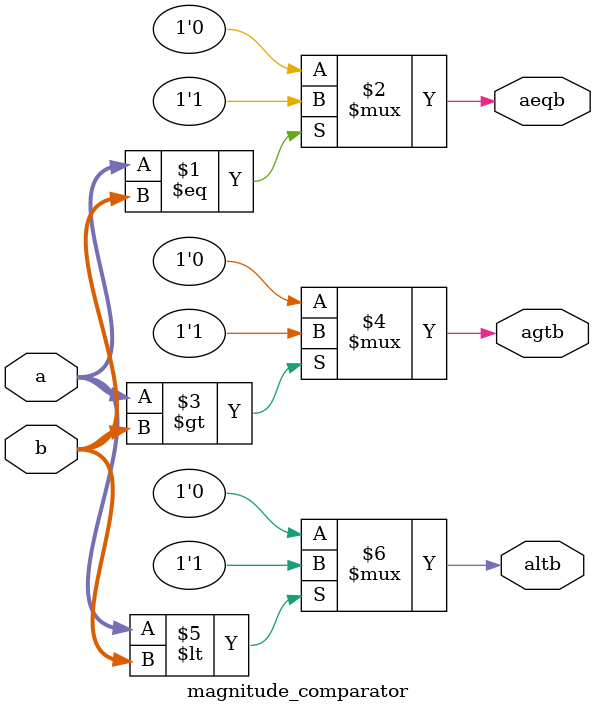
<source format=v>
module magnitude_comparator (
  // Inputs
  input [3:0] a, b,
  // Outputs
  output aeqb, agtb, altb
);

  assign aeqb = (a == b) ? 1'b1 : 1'b0;
  assign agtb = (a > b)  ? 1'b1 : 1'b0;
  assign altb = (a < b)  ? 1'b1 : 1'b0;

endmodule



// CHALLENGE

// module magnitude_comparator (
//   // Inputs
//   input [3:0] a, b,
//   // Outputs
//   output aeqb, agtb, altb
// );
//   wire x0, x1, x2, x3;
//   wire gt0, gt1, gt2, gt3;
//   wire lt0, lt1, lt2, lt3;

//   // Equivalent logic for A == B
//   assign x3 = ~(a[3] ^ b[3]);
//   assign x2 = ~(a[2] ^ b[2]);
//   assign x1 = ~(a[1] ^ b[1]);
//   assign x0 = ~(a[0] ^ b[0]);
//   assign aeqb = x3 & x2 & x1 & x0;

//   // Equivalent logic for A > B
//   assign gt3 = a[3] & ~b[3];
//   assign gt2 = ~a[3] & ~b[3] & a[2] & ~b[2];
//   assign gt1 = ~a[3] & ~b[3] & ~a[2] & ~b[2] & a[1] & ~b[1];
//   assign gt0 = ~a[3] & ~b[3] & ~a[2] & ~b[2] & ~a[1] & ~b[1] & a[0] & ~b[0];
//   assign agtb = gt3 | gt2 | gt1 | gt0;

//   // Equivalent logic for A < B
//   assign lt3 = ~a[3] & b[3];
//   assign lt2 = ~a[3] & ~b[3] & ~a[2] & b[2];
//   assign lt1 = ~a[3] & ~b[3] & ~a[2] & ~b[2] & ~a[1] & b[1];
//   assign lt0 = ~a[3] & ~b[3] & ~a[2] & ~b[2] & ~a[1] & ~b[1] & ~a[0] & b[0];
//   assign altb = lt3 | lt2 | lt1 | lt0;

// endmodule
</source>
